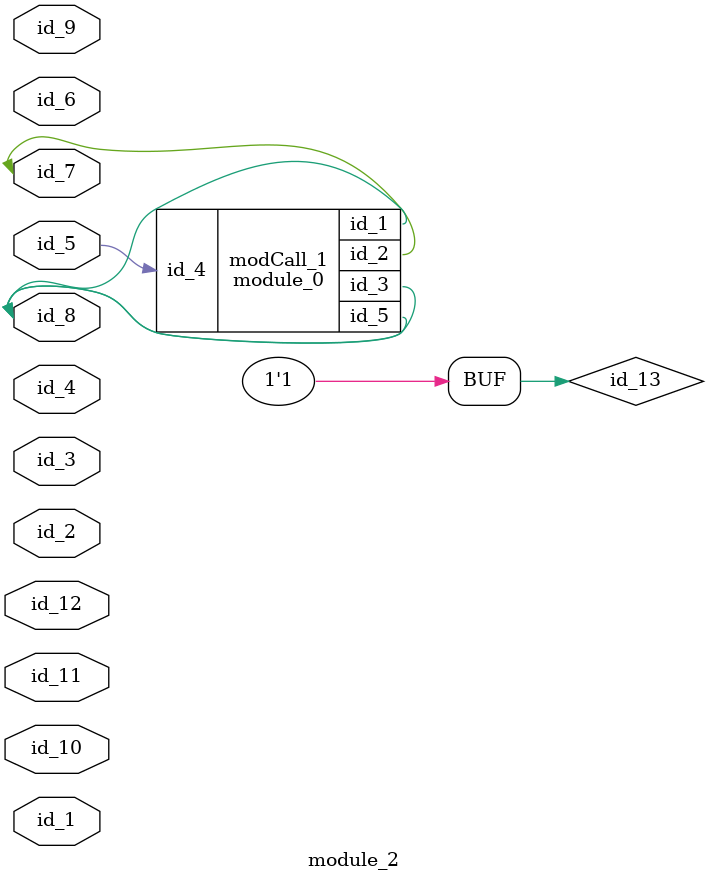
<source format=v>
module module_0 (
    id_1,
    id_2,
    id_3,
    id_4,
    id_5
);
  output wire id_5;
  input wire id_4;
  inout wire id_3;
  output wire id_2;
  inout wire id_1;
  assign id_1 = id_1;
endmodule
module module_1 (
    id_1,
    id_2,
    id_3
);
  inout wire id_3;
  inout wire id_2;
  output wire id_1;
  wire id_4;
  wire id_5;
  module_0 modCall_1 (
      id_4,
      id_4,
      id_5,
      id_4,
      id_4
  );
endmodule
module module_2 (
    id_1,
    id_2,
    id_3,
    id_4,
    id_5,
    id_6,
    id_7,
    id_8,
    id_9,
    id_10,
    id_11,
    id_12
);
  input wire id_12;
  input wire id_11;
  inout wire id_10;
  inout wire id_9;
  inout wire id_8;
  inout wire id_7;
  inout wire id_6;
  input wire id_5;
  input wire id_4;
  input wire id_3;
  input wire id_2;
  input wire id_1;
  wire id_13;
  module_0 modCall_1 (
      id_8,
      id_7,
      id_8,
      id_5,
      id_8
  );
  assign id_13 = (1);
endmodule

</source>
